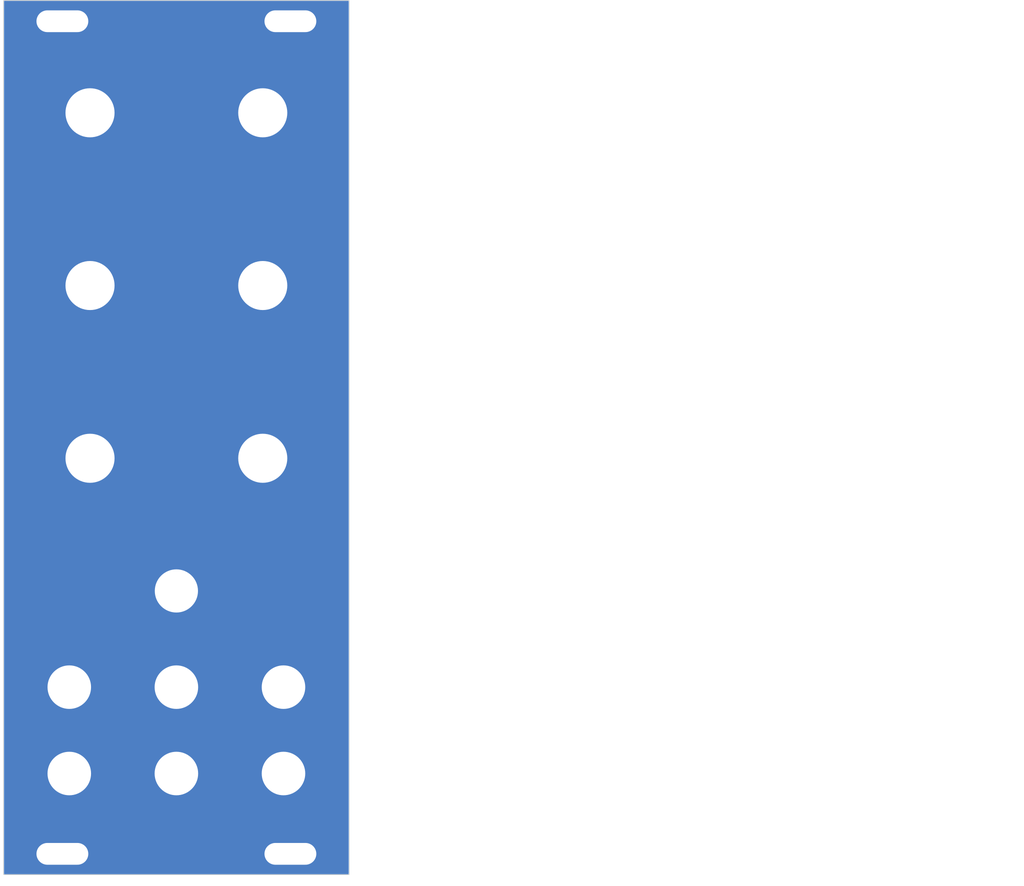
<source format=kicad_pcb>
(kicad_pcb (version 20240108) (generator "pcbnew") (generator_version "8.0")
  (title_block (rev "B") (comment 4 "AISLER Project ID: RYDYGNWG"))
  (layers (0 "F.Cu" signal) (31 "B.Cu" signal) (34 "B.Paste" user) (35 "F.Paste" user) (36 "B.SilkS" user "B.Silkscreen") (37 "F.SilkS" user "F.Silkscreen") (38 "B.Mask" user) (39 "F.Mask" user) (44 "Edge.Cuts" user))
  (net 0 "")
  (net 1 "GND")
  (footprint "synthesis:thonkiconn_panel" (layer "F.Cu") (at 98.552 164.338)
    (property "Reference" "REF**" (at 0 -0.5 0) (layer "F.SilkS") (effects (font (thickness 0.1))))
    (property "Value" "thonkiconn_panel" (hide yes))
    (pad "" thru_hole circle (at 0 0) (size 7.9248 7.9248) (drill 6.4008) (layers "*.Cu" "*.Mask") (net 1 "GND"))
  )
  (footprint "synthesis:PANEL_KNOB_SPECTRUM_SMALL" (layer "F.Cu") (at 101.6 67.183)
    (property "Reference" "REF**" (at 0 -0.5 0) (layer "F.SilkS") (effects (font (thickness 0.1))))
    (property "Value" "PANEL_KNOB_SPECTRUM_SMALL")
    (pad "1" thru_hole circle (at 0 0) (size 12.15 12.15) (drill 7.2136) (layers "*.Cu" "*.Mask") (net 1 "GND"))
  )
  (footprint "synthesis:thonkiconn_panel" (layer "F.Cu") (at 114.3 164.338)
    (property "Reference" "REF**" (at 0 -0.5 0) (layer "F.SilkS") (effects (font (thickness 0.1))))
    (property "Value" "thonkiconn_panel" (hide yes))
    (pad "" thru_hole circle (at 0 0) (size 7.9248 7.9248) (drill 6.4008) (layers "*.Cu" "*.Mask") (net 1 "GND"))
  )
  (footprint "synthesis:eurorack_mounting_hole" (layer "F.Cu") (at 131.064 53.721)
    (property "Reference" "REF**" (at 0 -0.5 0) (layer "F.SilkS") (effects (font (thickness 0.1))))
    (property "Value" "eurorack_mounting_hole")
    (pad "1" thru_hole oval (at 0 0) (size 10.16 5.7404) (drill oval 7.62 3.2004) (layers "*.Cu" "*.Mask") (net 1 "GND"))
  )
  (footprint "synthesis:eurorack_mounting_hole" (layer "F.Cu") (at 131.064 176.149)
    (property "Reference" "REF**" (at 0 -0.5 0) (layer "F.SilkS") (effects (font (thickness 0.1))))
    (property "Value" "eurorack_mounting_hole")
    (pad "1" thru_hole oval (at 0 0) (size 10.16 5.7404) (drill oval 7.62 3.2004) (layers "*.Cu" "*.Mask") (net 1 "GND"))
  )
  (footprint "synthesis:PANEL_KNOB_SPECTRUM_SMALL" (layer "F.Cu") (at 127 117.983)
    (property "Reference" "REF**" (at 0 -0.5 0) (layer "F.SilkS") (effects (font (thickness 0.1))))
    (property "Value" "PANEL_KNOB_SPECTRUM_SMALL")
    (pad "1" thru_hole circle (at 0 0) (size 12.15 12.15) (drill 7.2136) (layers "*.Cu" "*.Mask") (net 1 "GND"))
  )
  (footprint "synthesis:PANEL_KNOB_SPECTRUM_SMALL" (layer "F.Cu") (at 127 92.583)
    (property "Reference" "REF**" (at 0 -0.5 0) (layer "F.SilkS") (effects (font (thickness 0.1))))
    (property "Value" "PANEL_KNOB_SPECTRUM_SMALL")
    (pad "1" thru_hole circle (at 0 0) (size 12.15 12.15) (drill 7.2136) (layers "*.Cu" "*.Mask") (net 1 "GND"))
  )
  (footprint "synthesis:PANEL_MINI_TOGGLE_DWB1" (layer "F.Cu") (at 114.3 137.4902)
    (property "Reference" "REF**" (at 0 -0.5 0) (layer "F.SilkS") (effects (font (thickness 0.1))))
    (property "Value" "PANEL_MINI_TOGGLE_DWB1")
    (pad "1" thru_hole circle (at 0 0) (size 10.16 10.16) (drill 6.35) (layers "*.Cu" "*.Mask") (net 1 "GND"))
  )
  (footprint "synthesis:thonkiconn_panel" (layer "F.Cu") (at 130.048 151.638)
    (property "Reference" "REF**" (at 0 -0.5 0) (layer "F.SilkS") (effects (font (thickness 0.1))))
    (property "Value" "thonkiconn_panel" (hide yes))
    (pad "" thru_hole circle (at 0 0) (size 7.9248 7.9248) (drill 6.4008) (layers "*.Cu" "*.Mask") (net 1 "GND"))
  )
  (footprint "synthesis:PANEL_KNOB_SPECTRUM_SMALL" (layer "F.Cu") (at 101.6 92.583)
    (property "Reference" "REF**" (at 0 -0.5 0) (layer "F.SilkS") (effects (font (thickness 0.1))))
    (property "Value" "PANEL_KNOB_SPECTRUM_SMALL")
    (pad "1" thru_hole circle (at 0 0) (size 12.15 12.15) (drill 7.2136) (layers "*.Cu" "*.Mask") (net 1 "GND"))
  )
  (footprint "synthesis:thonkiconn_panel" (layer "F.Cu") (at 130.048 164.338)
    (property "Reference" "REF**" (at 0 -0.5 0) (layer "F.SilkS") (effects (font (thickness 0.1))))
    (property "Value" "thonkiconn_panel" (hide yes))
    (pad "" thru_hole circle (at 0 0) (size 7.9248 7.9248) (drill 6.4008) (layers "*.Cu" "*.Mask") (net 1 "GND"))
  )
  (footprint "synthesis:eurorack_mounting_hole" (layer "F.Cu") (at 97.536 176.149)
    (property "Reference" "REF**" (at 0 -0.5 0) (layer "F.SilkS") (effects (font (thickness 0.1))))
    (property "Value" "eurorack_mounting_hole")
    (pad "1" thru_hole oval (at 0 0) (size 10.16 5.7404) (drill oval 7.62 3.2004) (layers "*.Cu" "*.Mask") (net 1 "GND"))
  )
  (footprint "synthesis:PANEL_KNOB_SPECTRUM_SMALL" (layer "F.Cu") (at 127 67.183)
    (property "Reference" "REF**" (at 0 -0.5 0) (layer "F.SilkS") (effects (font (thickness 0.1))))
    (property "Value" "PANEL_KNOB_SPECTRUM_SMALL")
    (pad "1" thru_hole circle (at 0 0) (size 12.15 12.15) (drill 7.2136) (layers "*.Cu" "*.Mask") (net 1 "GND"))
  )
  (footprint "synthesis:thonkiconn_panel" (layer "F.Cu") (at 114.3 151.638)
    (property "Reference" "REF**" (at 0 -0.5 0) (layer "F.SilkS") (effects (font (thickness 0.1))))
    (property "Value" "thonkiconn_panel" (hide yes))
    (pad "" thru_hole circle (at 0 0) (size 7.9248 7.9248) (drill 6.4008) (layers "*.Cu" "*.Mask") (net 1 "GND"))
  )
  (footprint "synthesis:thonkiconn_panel" (layer "F.Cu") (at 98.552 151.638)
    (property "Reference" "REF**" (at 0 -0.5 0) (layer "F.SilkS") (effects (font (thickness 0.1))))
    (property "Value" "thonkiconn_panel" (hide yes))
    (pad "" thru_hole circle (at 0 0) (size 7.9248 7.9248) (drill 6.4008) (layers "*.Cu" "*.Mask") (net 1 "GND"))
  )
  (footprint "synthesis:PANEL_KNOB_SPECTRUM_SMALL" (layer "F.Cu") (at 101.6 117.983)
    (property "Reference" "REF**" (at 0 -0.5 0) (layer "F.SilkS") (effects (font (thickness 0.1))))
    (property "Value" "PANEL_KNOB_SPECTRUM_SMALL")
    (pad "1" thru_hole circle (at 0 0) (size 12.15 12.15) (drill 7.2136) (layers "*.Cu" "*.Mask") (net 1 "GND"))
  )
  (footprint "synthesis:eurorack_mounting_hole" (layer "F.Cu") (at 97.536 53.721)
    (property "Reference" "REF**" (at 0 -0.5 0) (layer "F.SilkS") (effects (font (thickness 0.1))))
    (property "Value" "eurorack_mounting_hole")
    (pad "1" thru_hole oval (at 0 0) (size 10.16 5.7404) (drill oval 7.62 3.2004) (layers "*.Cu" "*.Mask") (net 1 "GND"))
  )
  (gr_rect (start 88.9 50.673) (end 139.7 179.197) (stroke (width 0.1)) (fill none) (layer "Edge.Cuts"))
  (zone (net 1) (net_name "GND") (layer "F.Cu") (connect_pads (clearance 0.5)) (min_thickness 0.25) (fill yes (thermal_gap 0.5) (thermal_bridge_width 0.5) (island_removal_mode 1) (island_area_min 9.999999))
    (polygon (pts (xy 88.9 50.673) (xy 139.7 50.673) (xy 139.7 179.197) (xy 88.9 179.197)))
  )
  (zone (net 1) (net_name "GND") (layer "B.Cu") (priority 1) (connect_pads (clearance 0.5)) (min_thickness 0.25) (fill yes (thermal_gap 0.5) (thermal_bridge_width 0.5) (island_removal_mode 1) (island_area_min 9.999999))
    (polygon (pts (xy 88.9 50.673) (xy 139.7 50.673) (xy 139.7 179.197) (xy 88.9 179.197)))
  )
)
</source>
